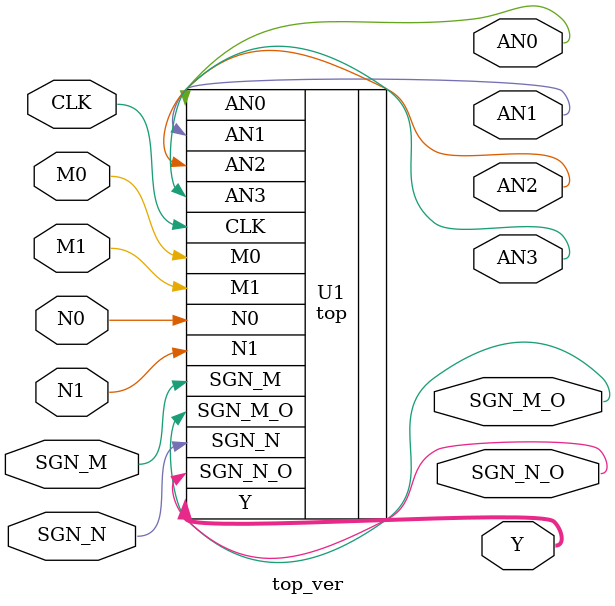
<source format=v>
`timescale 1ns / 1ps


module top_ver(
    input wire SGN_M, M1, M0,
    input wire SGN_N, N1, N0,
    input wire CLK,
    output wire [3:0] Y,
    output wire AN3, AN2, AN1, AN0,
    output wire SGN_M_O, SGN_N_O
    );

top U1(
    .SGN_M(SGN_M), .M1(M1), .M0(M0),
    .SGN_N(SGN_N), .N1(N1), .N0(N0),
    .CLK(CLK),
    .Y(Y),
    .AN3(AN3), .AN2(AN2), .AN1(AN1), .AN0(AN0),
    .SGN_M_O(SGN_M_O), .SGN_N_O(SGN_N_O)
    );

endmodule

</source>
